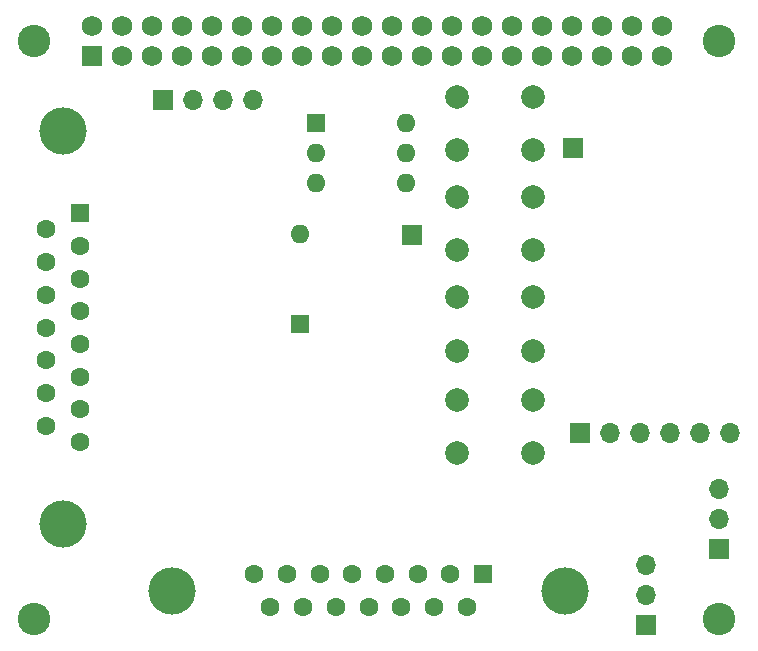
<source format=gbs>
G04 #@! TF.GenerationSoftware,KiCad,Pcbnew,7.0.9*
G04 #@! TF.CreationDate,2023-12-26T00:02:25-07:00*
G04 #@! TF.ProjectId,midi_test,6d696469-5f74-4657-9374-2e6b69636164,rev?*
G04 #@! TF.SameCoordinates,Original*
G04 #@! TF.FileFunction,Soldermask,Bot*
G04 #@! TF.FilePolarity,Negative*
%FSLAX46Y46*%
G04 Gerber Fmt 4.6, Leading zero omitted, Abs format (unit mm)*
G04 Created by KiCad (PCBNEW 7.0.9) date 2023-12-26 00:02:25*
%MOMM*%
%LPD*%
G01*
G04 APERTURE LIST*
%ADD10C,4.000000*%
%ADD11R,1.600000X1.600000*%
%ADD12C,1.600000*%
%ADD13C,2.000000*%
%ADD14C,2.750000*%
%ADD15R,1.750000X1.750000*%
%ADD16C,1.750000*%
%ADD17R,1.700000X1.700000*%
%ADD18O,1.700000X1.700000*%
%ADD19O,1.600000X1.600000*%
G04 APERTURE END LIST*
D10*
X150155000Y-94080000D03*
X183455000Y-94080000D03*
D11*
X176500000Y-92660000D03*
D12*
X173730000Y-92660000D03*
X170960000Y-92660000D03*
X168190000Y-92660000D03*
X165420000Y-92660000D03*
X162650000Y-92660000D03*
X159880000Y-92660000D03*
X157110000Y-92660000D03*
X175115000Y-95500000D03*
X172345000Y-95500000D03*
X169575000Y-95500000D03*
X166805000Y-95500000D03*
X164035000Y-95500000D03*
X161265000Y-95500000D03*
X158495000Y-95500000D03*
D13*
X174250000Y-52250000D03*
X180750000Y-52250000D03*
X174250000Y-56750000D03*
X180750000Y-56750000D03*
X174250000Y-77900000D03*
X180750000Y-77900000D03*
X174250000Y-82400000D03*
X180750000Y-82400000D03*
D14*
X138500000Y-47500000D03*
X138500000Y-96500000D03*
X196500000Y-47500000D03*
X196500000Y-96500000D03*
D15*
X143370000Y-48770000D03*
D16*
X143370000Y-46230000D03*
X145910000Y-48770000D03*
X145910000Y-46230000D03*
X148450000Y-48770000D03*
X148450000Y-46230000D03*
X150990000Y-48770000D03*
X150990000Y-46230000D03*
X153530000Y-48770000D03*
X153530000Y-46230000D03*
X156070000Y-48770000D03*
X156070000Y-46230000D03*
X158610000Y-48770000D03*
X158610000Y-46230000D03*
X161150000Y-48770000D03*
X161150000Y-46230000D03*
X163690000Y-48770000D03*
X163690000Y-46230000D03*
X166230000Y-48770000D03*
X166230000Y-46230000D03*
X168770000Y-48770000D03*
X168770000Y-46230000D03*
X171310000Y-48770000D03*
X171310000Y-46230000D03*
X173850000Y-48770000D03*
X173850000Y-46230000D03*
X176390000Y-48770000D03*
X176390000Y-46230000D03*
X178930000Y-48770000D03*
X178930000Y-46230000D03*
X181470000Y-48770000D03*
X181470000Y-46230000D03*
X184010000Y-48770000D03*
X184010000Y-46230000D03*
X186550000Y-48770000D03*
X186550000Y-46230000D03*
X189090000Y-48770000D03*
X189090000Y-46230000D03*
X191630000Y-48770000D03*
X191630000Y-46230000D03*
D17*
X190250000Y-97000000D03*
D18*
X190250000Y-94460000D03*
X190250000Y-91920000D03*
D13*
X174250000Y-60750000D03*
X180750000Y-60750000D03*
X174250000Y-65250000D03*
X180750000Y-65250000D03*
D17*
X149380000Y-52500000D03*
D18*
X151920000Y-52500000D03*
X154460000Y-52500000D03*
X157000000Y-52500000D03*
D17*
X184730000Y-80700000D03*
D18*
X187270000Y-80700000D03*
X189810000Y-80700000D03*
X192350000Y-80700000D03*
X194890000Y-80700000D03*
X197430000Y-80700000D03*
D19*
X170000000Y-54475000D03*
X170000000Y-57015000D03*
X170000000Y-59555000D03*
X162380000Y-59555000D03*
X162380000Y-57015000D03*
D11*
X162380000Y-54475000D03*
D17*
X184150000Y-56600000D03*
D13*
X174250000Y-69250000D03*
X180750000Y-69250000D03*
X174250000Y-73750000D03*
X180750000Y-73750000D03*
D17*
X196475000Y-90580000D03*
D18*
X196475000Y-88040000D03*
X196475000Y-85500000D03*
D17*
X170500000Y-64000000D03*
D10*
X140910331Y-55160000D03*
X140910331Y-88460000D03*
D11*
X142330331Y-62115000D03*
D12*
X142330331Y-64885000D03*
X142330331Y-67655000D03*
X142330331Y-70425000D03*
X142330331Y-73195000D03*
X142330331Y-75965000D03*
X142330331Y-78735000D03*
X142330331Y-81505000D03*
X139490331Y-63500000D03*
X139490331Y-66270000D03*
X139490331Y-69040000D03*
X139490331Y-71810000D03*
X139490331Y-74580000D03*
X139490331Y-77350000D03*
X139490331Y-80120000D03*
D19*
X161000000Y-63880000D03*
D11*
X161000000Y-71500000D03*
M02*

</source>
